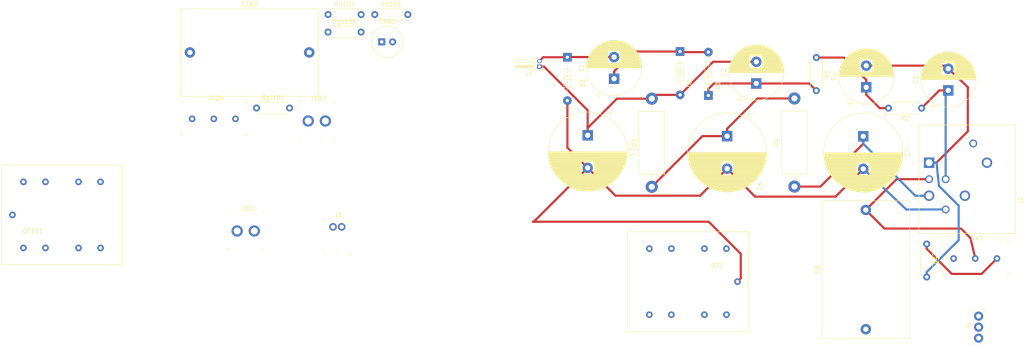
<source format=kicad_pcb>
(kicad_pcb (version 20171130) (host pcbnew "(5.1.5)-3")
  (layers (0 F.Cu signal) (31 B.Cu signal) (34 B.Paste user) (35 F.Paste user) (36 B.SilkS user) (37 F.SilkS user) (38 B.Mask user) (39 F.Mask user) (44 Edge.Cuts user))
  (net 0 "")
  (net 1 "Net-(C1-Pad2)")
  (net 2 "Net-(C1-Pad1)")
  (net 3 "Net-(C2-Pad1)")
  (net 4 "Net-(C2-Pad2)")
  (net 5 Earth)
  (net 6 "Net-(C4-Pad1)")
  (net 7 HT)
  (net 8 "Net-(C6-Pad1)")
  (net 9 +6V)
  (net 10 micSig)
  (net 11 "Net-(C8-Pad1)")
  (net 12 "Net-(C101-Pad1)")
  (net 13 "Net-(C101-Pad2)")
  (net 14 "Net-(C102-Pad1)")
  (net 15 "Net-(C102-Pad2)")
  (net 16 "Net-(J4-Pad2)")
  (net 17 "Net-(J4-Pad3)")
  (net 18 "Net-(J104-Pad2)")
  (net 19 "Net-(J104-Pad3)")
  (net 20 "Net-(R5-Pad1)")
  (net 21 "Net-(RK101-Pad1)")
  (net 22 "Net-(Rgs101-Pad1)")
  (net 23 "Net-(SW1-Pad1)")
  (net 24 "Net-(J3-PadT)")
  (net 25 "Net-(J3-PadG)")
  (net 26 "Net-(OT2-PadS1-)")
  (net 27 "Net-(OT101-PadS1-)")
  (net 28 "Net-(J103-PadG)")
  (net 29 "Net-(J103-PadT)")
  (module royerPSU:NEUTRIK_NC5FAH (layer F.Cu) (at 182.1434 92.9894 270)
    (fp_text reference J2 (at 4.9 -3.9 90) (layer F.SilkS))
    (fp_text value XLR5)
    (pad 8 thru_hole circle (at -3.81 3.81 270) (size 2.4 2.4) (drill 1.6) (layers *.Cu *.Mask))
    (pad 7 thru_hole circle (at -8.25 6.98 270) (size 1.8 1.8) (drill 1.2) (layers *.Cu *.Mask))
    (pad 6 thru_hole circle (at 3.81 8.89 270) (size 2.4 2.4) (drill 1.6) (layers *.Cu *.Mask))
    (pad 4 thru_hole circle (at 6.98 13.335 270) (size 1.8 1.8) (drill 1.2) (layers *.Cu *.Mask) (net 5 Earth))
    (pad 5 thru_hole circle (at 3.81 17.15 270) (size 2.4 2.4) (drill 1.6) (layers *.Cu *.Mask) (net 9 +6V))
    (pad 3 thru_hole circle (at 0 17.15 270) (size 1.8 1.8) (drill 1.2) (layers *.Cu *.Mask) (net 10 micSig))
    (pad 2 thru_hole circle (at 0 13.335 270) (size 1.8 1.8) (drill 1.2) (layers *.Cu *.Mask) (net 7 HT))
    (pad 1 thru_hole rect (at -3.81 17.15 270) (size 2.4 2.4) (drill 1.6) (layers *.Cu *.Mask) (net 5 Earth))
  )
  (module royerPSU:ae262a3E (layer F.Cu) (at 123.4186 128.0668 180)
    (fp_text reference OT2 (at 7.3406 15.1638 180) (layer F.SilkS))
    (fp_text value A262A2E)
    (pad P1+ thru_hole circle (at 5.1562 3.8354) (size 1.524 1.524) (drill 0.762) (layers *.Cu *.Mask) (net 16 "Net-(J4-Pad2)"))
    (pad P2+ thru_hole circle (at 10.2362 3.8354) (size 1.524 1.524) (drill 0.762) (layers *.Cu *.Mask) (net 24 "Net-(J3-PadT)"))
    (pad P1- thru_hole circle (at 17.8562 3.8354) (size 1.524 1.524) (drill 0.762) (layers *.Cu *.Mask) (net 17 "Net-(J4-Pad3)"))
    (pad P2- thru_hole circle (at 22.9362 3.8354) (size 1.524 1.524) (drill 0.762) (layers *.Cu *.Mask) (net 25 "Net-(J3-PadG)"))
    (pad Screen thru_hole circle (at 2.6162 11.4554) (size 1.524 1.524) (drill 0.762) (layers *.Cu *.Mask) (net 5 Earth))
    (pad S2- thru_hole circle (at 22.9362 19.0754) (size 1.524 1.524) (drill 0.762) (layers *.Cu *.Mask) (net 5 Earth))
    (pad S1- thru_hole circle (at 17.8562 19.0754) (size 1.524 1.524) (drill 0.762) (layers *.Cu *.Mask) (net 26 "Net-(OT2-PadS1-)"))
    (pad S2+ thru_hole circle (at 10.2362 19.0754) (size 1.524 1.524) (drill 0.762) (layers *.Cu *.Mask) (net 26 "Net-(OT2-PadS1-)"))
    (pad S1+ thru_hole circle (at 5.1562 19.0754) (size 1.524 1.524) (drill 0.762) (layers *.Cu *.Mask) (net 11 "Net-(C8-Pad1)"))
  )
  (module Capacitor_THT:CP_Radial_D12.5mm_P5.00mm (layer F.Cu) (at 92.3544 69.8246 90)
    (fp_text reference C1 (at 2.5 -7.5 90) (layer F.SilkS))
    (fp_text value "47u 100V")
    (pad 2 thru_hole circle (at 5 0 90) (size 2.4 2.4) (drill 1.2) (layers *.Cu *.Mask) (net 1 "Net-(C1-Pad2)"))
    (pad 1 thru_hole rect (at 0 0 90) (size 2.4 2.4) (drill 1.2) (layers *.Cu *.Mask) (net 2 "Net-(C1-Pad1)"))
  )
  (module Capacitor_THT:CP_Radial_D12.5mm_P5.00mm (layer F.Cu) (at 125.1458 70.9168 90)
    (fp_text reference C2 (at 2.5 -7.5 90) (layer F.SilkS))
    (fp_text value "47U 100v")
    (pad 1 thru_hole rect (at 0 0 90) (size 2.4 2.4) (drill 1.2) (layers *.Cu *.Mask) (net 3 "Net-(C2-Pad1)"))
    (pad 2 thru_hole circle (at 5 0 90) (size 2.4 2.4) (drill 1.2) (layers *.Cu *.Mask) (net 4 "Net-(C2-Pad2)"))
  )
  (module Capacitor_THT:CP_Radial_D18.0mm_P7.50mm (layer F.Cu) (at 86.2584 82.8802 270)
    (fp_text reference C3 (at 3.75 -10.25 90) (layer F.SilkS))
    (fp_text value "3300U 35V")
    (pad 1 thru_hole rect (at 0 0 270) (size 2.4 2.4) (drill 1.2) (layers *.Cu *.Mask) (net 4 "Net-(C2-Pad2)"))
    (pad 2 thru_hole circle (at 7.5 0 270) (size 2.4 2.4) (drill 1.2) (layers *.Cu *.Mask) (net 5 Earth))
  )
  (module Capacitor_THT:CP_Radial_D12.5mm_P5.00mm (layer F.Cu) (at 150.495 71.8058 90)
    (fp_text reference C4 (at 2.5 -7.5 90) (layer F.SilkS))
    (fp_text value "47U 160V")
    (pad 2 thru_hole circle (at 5 0 90) (size 2.4 2.4) (drill 1.2) (layers *.Cu *.Mask) (net 5 Earth))
    (pad 1 thru_hole rect (at 0 0 90) (size 2.4 2.4) (drill 1.2) (layers *.Cu *.Mask) (net 6 "Net-(C4-Pad1)"))
  )
  (module Capacitor_THT:CP_Radial_D12.5mm_P5.00mm (layer F.Cu) (at 169.418 72.517 90)
    (fp_text reference C5 (at 2.5 -7.5 90) (layer F.SilkS))
    (fp_text value "47U 160V")
    (pad 1 thru_hole rect (at 0 0 90) (size 2.4 2.4) (drill 1.2) (layers *.Cu *.Mask) (net 7 HT))
    (pad 2 thru_hole circle (at 5 0 90) (size 2.4 2.4) (drill 1.2) (layers *.Cu *.Mask) (net 5 Earth))
  )
  (module Capacitor_THT:CP_Radial_D18.0mm_P7.50mm (layer F.Cu) (at 118.4148 83.058 270)
    (fp_text reference C6 (at 11.5824 -7.62 90) (layer F.SilkS))
    (fp_text value "3300 U 35V")
    (pad 2 thru_hole circle (at 7.5 0 270) (size 2.4 2.4) (drill 1.2) (layers *.Cu *.Mask) (net 5 Earth))
    (pad 1 thru_hole rect (at 0 0 270) (size 2.4 2.4) (drill 1.2) (layers *.Cu *.Mask) (net 8 "Net-(C6-Pad1)"))
  )
  (module Capacitor_THT:CP_Radial_D18.0mm_P7.50mm (layer F.Cu) (at 149.8092 83.1088 270)
    (fp_text reference C7 (at 3.75 -10.25 90) (layer F.SilkS))
    (fp_text value "3300 U 35V")
    (pad 1 thru_hole rect (at 0 0 270) (size 2.4 2.4) (drill 1.2) (layers *.Cu *.Mask) (net 9 +6V))
    (pad 2 thru_hole circle (at 7.5 0 270) (size 2.4 2.4) (drill 1.2) (layers *.Cu *.Mask) (net 5 Earth))
  )
  (module digikey:Diode_DO-35_P10mm (layer F.Cu) (at 114.0968 73.6854 90)
    (fp_text reference D1 (at 2.3368 2.1844 90) (layer F.SilkS))
    (fp_text value 1N4004)
    (pad 1 thru_hole rect (at 0 0 90) (size 2 2) (drill 0.76) (layers *.Cu *.Mask) (net 3 "Net-(C2-Pad1)"))
    (pad 2 thru_hole circle (at 10 0 90) (size 2 2) (drill 0.76) (layers *.Cu *.Mask) (net 2 "Net-(C1-Pad1)"))
  )
  (module digikey:Diode_DO-35_P10mm (layer F.Cu) (at 107.569 63.5508 270)
    (fp_text reference D2 (at 7.2898 -2.159 90) (layer F.SilkS))
    (fp_text value 1N4004)
    (pad 2 thru_hole circle (at 10 0 270) (size 2 2) (drill 0.76) (layers *.Cu *.Mask) (net 4 "Net-(C2-Pad2)"))
    (pad 1 thru_hole rect (at 0 0 270) (size 2 2) (drill 0.76) (layers *.Cu *.Mask) (net 2 "Net-(C1-Pad1)"))
  )
  (module digikey:Diode_DO-35_P10mm (layer F.Cu) (at 81.5848 64.8716 270)
    (fp_text reference D3 (at 6 -3.6 90) (layer F.SilkS))
    (fp_text value 1N4004)
    (pad 1 thru_hole rect (at 0 0 270) (size 2 2) (drill 0.76) (layers *.Cu *.Mask) (net 1 "Net-(C1-Pad2)"))
    (pad 2 thru_hole circle (at 10 0 270) (size 2 2) (drill 0.76) (layers *.Cu *.Mask) (net 5 Earth))
  )
  (module Connector_PinHeader_1.27mm:PinHeader_1x02_P1.27mm_Horizontal (layer F.Cu) (at 75.1332 67.0306 180)
    (fp_text reference J1 (at 2.4325 -1.635) (layer F.SilkS))
    (fp_text value 24VAC)
    (pad 1 thru_hole rect (at 0 0 180) (size 1 1) (drill 0.65) (layers *.Cu *.Mask) (net 4 "Net-(C2-Pad2)"))
    (pad 2 thru_hole oval (at 0 1.27 180) (size 1 1) (drill 0.65) (layers *.Cu *.Mask) (net 1 "Net-(C1-Pad2)"))
  )
  (module Resistor_THT:R_Axial_DIN0207_L6.3mm_D2.5mm_P7.62mm_Horizontal (layer F.Cu) (at 138.9888 64.9478 270)
    (fp_text reference R1 (at 3.81 -2.37 90) (layer F.SilkS))
    (fp_text value 4K7)
    (pad 2 thru_hole oval (at 7.62 0 270) (size 1.6 1.6) (drill 0.8) (layers *.Cu *.Mask) (net 3 "Net-(C2-Pad1)"))
    (pad 1 thru_hole circle (at 0 0 270) (size 1.6 1.6) (drill 0.8) (layers *.Cu *.Mask) (net 6 "Net-(C4-Pad1)"))
  )
  (module Resistor_THT:R_Axial_DIN0207_L6.3mm_D2.5mm_P7.62mm_Horizontal (layer F.Cu) (at 163.2458 76.6064 180)
    (fp_text reference R2 (at 3.81 -2.37) (layer F.SilkS))
    (fp_text value 4k7)
    (pad 1 thru_hole circle (at 0 0 180) (size 1.6 1.6) (drill 0.8) (layers *.Cu *.Mask) (net 7 HT))
    (pad 2 thru_hole oval (at 7.62 0 180) (size 1.6 1.6) (drill 0.8) (layers *.Cu *.Mask) (net 6 "Net-(C4-Pad1)"))
  )
  (module Resistor_THT:R_Axial_DIN0614_L14.3mm_D5.7mm_P20.32mm_Horizontal (layer F.Cu) (at 101.0412 94.742 90)
    (fp_text reference R3 (at 10.16 -3.97 90) (layer F.SilkS))
    (fp_text value "100R 5W")
    (pad 1 thru_hole circle (at 0 0 90) (size 2.8 2.8) (drill 1.4) (layers *.Cu *.Mask) (net 8 "Net-(C6-Pad1)"))
    (pad 2 thru_hole oval (at 20.32 0 90) (size 2.8 2.8) (drill 1.4) (layers *.Cu *.Mask) (net 4 "Net-(C2-Pad2)"))
  )
  (module Resistor_THT:R_Axial_DIN0614_L14.3mm_D5.7mm_P20.32mm_Horizontal (layer F.Cu) (at 133.9342 94.6912 90)
    (fp_text reference R4 (at 10.16 -3.97 90) (layer F.SilkS))
    (fp_text value "82R 5W")
    (pad 2 thru_hole oval (at 20.32 0 90) (size 2.8 2.8) (drill 1.4) (layers *.Cu *.Mask) (net 8 "Net-(C6-Pad1)"))
    (pad 1 thru_hole circle (at 0 0 90) (size 2.8 2.8) (drill 1.4) (layers *.Cu *.Mask) (net 9 +6V))
  )
  (module Capacitor_THT:C_Rect_L31.5mm_W20.0mm_P27.50mm_MKS4 (layer F.Cu) (at 150.3934 127.5842 90)
    (fp_text reference C8 (at 13.75 -11.25 90) (layer F.SilkS))
    (fp_text value 2u2)
    (pad 2 thru_hole circle (at 27.5 0 90) (size 2.4 2.4) (drill 1.2) (layers *.Cu *.Mask) (net 10 micSig))
    (pad 1 thru_hole circle (at 0 0 90) (size 2.4 2.4) (drill 1.2) (layers *.Cu *.Mask) (net 11 "Net-(C8-Pad1)"))
  )
  (module Capacitor_THT:CP_Radial_Tantal_D7.0mm_P2.50mm (layer F.Cu) (at 38.783124 61.317401)
    (fp_text reference C101 (at 1.25 -4.75) (layer F.SilkS))
    (fp_text value 22n)
    (pad 1 thru_hole rect (at 0 0) (size 1.6 1.6) (drill 0.8) (layers *.Cu *.Mask) (net 12 "Net-(C101-Pad1)"))
    (pad 2 thru_hole circle (at 2.5 0) (size 1.6 1.6) (drill 0.8) (layers *.Cu *.Mask) (net 13 "Net-(C101-Pad2)"))
  )
  (module Capacitor_THT:C_Rect_L31.5mm_W20.0mm_P27.50mm_MKS4 (layer F.Cu) (at -5.446599 63.767401)
    (fp_text reference C102 (at 13.75 -11.25) (layer F.SilkS))
    (fp_text value 2u2)
    (pad 1 thru_hole circle (at 0 0) (size 2.4 2.4) (drill 1.2) (layers *.Cu *.Mask) (net 14 "Net-(C102-Pad1)"))
    (pad 2 thru_hole circle (at 27.5 0) (size 2.4 2.4) (drill 1.2) (layers *.Cu *.Mask) (net 15 "Net-(C102-Pad2)"))
  )
  (module digikey:PinHeader_1x2_P2mm_Drill1mm_RA (layer F.Cu) (at 27.533401 103.987401)
    (fp_text reference J3 (at 1.21 -2.68) (layer F.SilkS))
    (fp_text value "iso output")
    (pad 2 thru_hole circle (at 2 0) (size 1.75 1.75) (drill 1) (layers *.Cu *.Mask))
    (pad 1 thru_hole circle (at 0 0) (size 1.75 1.75) (drill 1) (layers *.Cu *.Mask))
  )
  (module digikey:PinHeader_1x3_P2.54_Drill1.1mm (layer F.Cu) (at 176.403 129.6416 90)
    (fp_text reference J4 (at 2.85 -2.28 90) (layer F.SilkS))
    (fp_text value "mic out")
    (pad 1 thru_hole circle (at 0 0 90) (size 2.1 2.1) (drill 1.1) (layers *.Cu *.Mask) (net 5 Earth))
    (pad 2 thru_hole circle (at 2.54 0 90) (size 2.1 2.1) (drill 1.1) (layers *.Cu *.Mask) (net 16 "Net-(J4-Pad2)"))
    (pad 3 thru_hole circle (at 5.08 0 90) (size 2.1 2.1) (drill 1.1) (layers *.Cu *.Mask) (net 17 "Net-(J4-Pad3)"))
  )
  (module digikey:PinHeader_1x2_P3.96mm_Drill1.6mm (layer F.Cu) (at 5.4356 104.9274)
    (fp_text reference J101 (at 2.33 -5.21) (layer F.SilkS))
    (fp_text value "bass guitar input")
    (pad 2 thru_hole circle (at 3.96 0) (size 2.6 2.6) (drill 1.6) (layers *.Cu *.Mask))
    (pad 1 thru_hole circle (at 0 0) (size 2.6 2.6) (drill 1.6) (layers *.Cu *.Mask))
  )
  (module digikey:PinHeader_1x2_P3.96mm_Drill1.6mm (layer F.Cu) (at 21.823401 79.567401)
    (fp_text reference J103 (at 2.33 -5.21) (layer F.SilkS))
    (fp_text value "iso output")
    (pad 1 thru_hole circle (at 0 0) (size 2.6 2.6) (drill 1.6) (layers *.Cu *.Mask))
    (pad 2 thru_hole circle (at 3.96 0) (size 2.6 2.6) (drill 1.6) (layers *.Cu *.Mask))
  )
  (module digikey:Term_Block_1x3_P5mm (layer F.Cu) (at -4.946599 79.067401)
    (fp_text reference J104 (at 5.4 -4.75) (layer F.SilkS))
    (fp_text value "XLR out")
    (pad 1 thru_hole circle (at 0 0) (size 1.524 1.524) (drill 0.762) (layers *.Cu *.Mask) (net 5 Earth))
    (pad 2 thru_hole circle (at 5 0) (size 1.524 1.524) (drill 0.762) (layers *.Cu *.Mask) (net 18 "Net-(J104-Pad2)"))
    (pad 3 thru_hole circle (at 10 0) (size 1.524 1.524) (drill 0.762) (layers *.Cu *.Mask) (net 19 "Net-(J104-Pad3)"))
  )
  (module Resistor_THT:R_Axial_DIN0207_L6.3mm_D2.5mm_P7.62mm_Horizontal (layer F.Cu) (at 164.4396 107.9246 270)
    (fp_text reference R5 (at 3.81 -2.37 90) (layer F.SilkS))
    (fp_text value 39k)
    (pad 1 thru_hole circle (at 0 0 270) (size 1.6 1.6) (drill 0.8) (layers *.Cu *.Mask) (net 20 "Net-(R5-Pad1)"))
    (pad 2 thru_hole oval (at 7.62 0 270) (size 1.6 1.6) (drill 0.8) (layers *.Cu *.Mask) (net 5 Earth))
  )
  (module Resistor_THT:R_Axial_DIN0207_L6.3mm_D2.5mm_P7.62mm_Horizontal (layer F.Cu) (at 26.403401 55.017401)
    (fp_text reference Rb101 (at 3.81 -2.37) (layer F.SilkS))
    (fp_text value 160)
    (pad 2 thru_hole oval (at 7.62 0) (size 1.6 1.6) (drill 0.8) (layers *.Cu *.Mask) (net 21 "Net-(RK101-Pad1)"))
    (pad 1 thru_hole circle (at 0 0) (size 1.6 1.6) (drill 0.8) (layers *.Cu *.Mask) (net 15 "Net-(C102-Pad2)"))
  )
  (module Resistor_THT:R_Axial_DIN0207_L6.3mm_D2.5mm_P7.62mm_Horizontal (layer F.Cu) (at 9.903401 76.567401)
    (fp_text reference Rgl101 (at 3.81 -2.37) (layer F.SilkS))
    (fp_text value 4M4)
    (pad 2 thru_hole oval (at 7.62 0) (size 1.6 1.6) (drill 0.8) (layers *.Cu *.Mask) (net 21 "Net-(RK101-Pad1)"))
    (pad 1 thru_hole circle (at 0 0) (size 1.6 1.6) (drill 0.8) (layers *.Cu *.Mask) (net 12 "Net-(C101-Pad1)"))
  )
  (module Resistor_THT:R_Axial_DIN0207_L6.3mm_D2.5mm_P7.62mm_Horizontal (layer F.Cu) (at 26.403401 59.067401)
    (fp_text reference Rgs101 (at 3.81 -2.37) (layer F.SilkS))
    (fp_text value 1k)
    (pad 1 thru_hole circle (at 0 0) (size 1.6 1.6) (drill 0.8) (layers *.Cu *.Mask) (net 22 "Net-(Rgs101-Pad1)"))
    (pad 2 thru_hole oval (at 7.62 0) (size 1.6 1.6) (drill 0.8) (layers *.Cu *.Mask) (net 12 "Net-(C101-Pad1)"))
  )
  (module Resistor_THT:R_Axial_DIN0207_L6.3mm_D2.5mm_P7.62mm_Horizontal (layer F.Cu) (at 37.173401 55.017401)
    (fp_text reference RK101 (at 3.81 -2.37) (layer F.SilkS))
    (fp_text value 5k)
    (pad 1 thru_hole circle (at 0 0) (size 1.6 1.6) (drill 0.8) (layers *.Cu *.Mask) (net 21 "Net-(RK101-Pad1)"))
    (pad 2 thru_hole oval (at 7.62 0) (size 1.6 1.6) (drill 0.8) (layers *.Cu *.Mask) (net 5 Earth))
  )
  (module digikey:Term_Block_1x3_P5mm (layer F.Cu) (at 170.6372 111.2774)
    (fp_text reference SW1 (at 5.4 -4.75) (layer F.SilkS))
    (fp_text value SW_SPDT)
    (pad 3 thru_hole circle (at 10 0) (size 1.524 1.524) (drill 0.762) (layers *.Cu *.Mask) (net 20 "Net-(R5-Pad1)"))
    (pad 2 thru_hole circle (at 5 0) (size 1.524 1.524) (drill 0.762) (layers *.Cu *.Mask) (net 10 micSig))
    (pad 1 thru_hole circle (at 0 0) (size 1.524 1.524) (drill 0.762) (layers *.Cu *.Mask) (net 23 "Net-(SW1-Pad1)"))
  )
  (module royerPSU:ae262a3E (layer F.Cu) (at -48.9966 89.7636)
    (fp_text reference OT101 (at 7.3406 15.1638 -180) (layer F.SilkS))
    (fp_text value A262A2E)
    (pad S1+ thru_hole circle (at 5.1562 19.0754 180) (size 1.524 1.524) (drill 0.762) (layers *.Cu *.Mask) (net 14 "Net-(C102-Pad1)"))
    (pad S2+ thru_hole circle (at 10.2362 19.0754 180) (size 1.524 1.524) (drill 0.762) (layers *.Cu *.Mask) (net 27 "Net-(OT101-PadS1-)"))
    (pad S1- thru_hole circle (at 17.8562 19.0754 180) (size 1.524 1.524) (drill 0.762) (layers *.Cu *.Mask) (net 27 "Net-(OT101-PadS1-)"))
    (pad S2- thru_hole circle (at 22.9362 19.0754 180) (size 1.524 1.524) (drill 0.762) (layers *.Cu *.Mask) (net 5 Earth))
    (pad Screen thru_hole circle (at 2.6162 11.4554 180) (size 1.524 1.524) (drill 0.762) (layers *.Cu *.Mask) (net 5 Earth))
    (pad P2- thru_hole circle (at 22.9362 3.8354 180) (size 1.524 1.524) (drill 0.762) (layers *.Cu *.Mask) (net 28 "Net-(J103-PadG)"))
    (pad P1- thru_hole circle (at 17.8562 3.8354 180) (size 1.524 1.524) (drill 0.762) (layers *.Cu *.Mask) (net 19 "Net-(J104-Pad3)"))
    (pad P2+ thru_hole circle (at 10.2362 3.8354 180) (size 1.524 1.524) (drill 0.762) (layers *.Cu *.Mask) (net 29 "Net-(J103-PadT)"))
    (pad P1+ thru_hole circle (at 5.1562 3.8354 180) (size 1.524 1.524) (drill 0.762) (layers *.Cu *.Mask) (net 18 "Net-(J104-Pad2)"))
  )
  (segment (start 81.6318 64.8246) (end 81.5848 64.8716) (width 0.5) (layer F.Cu) (net 1))
  (segment (start 92.3544 64.8246) (end 81.6318 64.8246) (width 0.5) (layer F.Cu) (net 1))
  (segment (start 76.0222 64.8716) (end 75.1332 65.7606) (width 0.5) (layer F.Cu) (net 1))
  (segment (start 81.5848 64.8716) (end 76.0222 64.8716) (width 0.5) (layer F.Cu) (net 1))
  (segment (start 92.3544 68.1246) (end 92.3544 69.8246) (width 0.5) (layer F.Cu) (net 2))
  (segment (start 96.9282 63.5508) (end 92.3544 68.1246) (width 0.5) (layer F.Cu) (net 2))
  (segment (start 107.569 63.5508) (end 96.9282 63.5508) (width 0.5) (layer F.Cu) (net 2))
  (segment (start 107.7036 63.6854) (end 107.569 63.5508) (width 0.5) (layer F.Cu) (net 2))
  (segment (start 114.0968 63.6854) (end 107.7036 63.6854) (width 0.5) (layer F.Cu) (net 2))
  (segment (start 114.0968 72.1854) (end 114.0968 73.6854) (width 0.5) (layer F.Cu) (net 3))
  (segment (start 115.3654 70.9168) (end 114.0968 72.1854) (width 0.5) (layer F.Cu) (net 3))
  (segment (start 125.1458 70.9168) (end 115.3654 70.9168) (width 0.5) (layer F.Cu) (net 3))
  (segment (start 137.3378 70.9168) (end 138.9888 72.5678) (width 0.5) (layer F.Cu) (net 3))
  (segment (start 125.1458 70.9168) (end 137.3378 70.9168) (width 0.5) (layer F.Cu) (net 3))
  (segment (start 101.9124 73.5508) (end 101.0412 74.422) (width 0.5) (layer F.Cu) (net 4))
  (segment (start 107.569 73.5508) (end 101.9124 73.5508) (width 0.5) (layer F.Cu) (net 4))
  (segment (start 101.0412 74.422) (end 93.0166 74.422) (width 0.5) (layer F.Cu) (net 4))
  (segment (start 93.0166 74.422) (end 86.2584 81.1802) (width 0.5) (layer F.Cu) (net 4))
  (segment (start 86.2584 81.1802) (end 86.2584 82.8802) (width 0.5) (layer F.Cu) (net 4))
  (segment (start 86.2584 77.103198) (end 86.2584 81.1802) (width 0.5) (layer F.Cu) (net 4))
  (segment (start 76.185802 67.0306) (end 86.2584 77.103198) (width 0.5) (layer F.Cu) (net 4))
  (segment (start 75.1332 67.0306) (end 76.185802 67.0306) (width 0.5) (layer F.Cu) (net 4))
  (segment (start 115.203 65.9168) (end 107.569 73.5508) (width 0.5) (layer F.Cu) (net 4))
  (segment (start 125.1458 65.9168) (end 115.203 65.9168) (width 0.5) (layer F.Cu) (net 4))
  (segment (start 81.5848 85.7066) (end 86.2584 90.3802) (width 0.5) (layer F.Cu) (net 5))
  (segment (start 81.5848 74.8716) (end 81.5848 85.7066) (width 0.5) (layer F.Cu) (net 5))
  (segment (start 168.7068 66.8058) (end 169.418 67.517) (width 0.5) (layer F.Cu) (net 5))
  (segment (start 150.495 66.8058) (end 168.7068 66.8058) (width 0.5) (layer F.Cu) (net 5))
  (segment (start 117.214801 91.757999) (end 118.4148 90.558) (width 0.5) (layer F.Cu) (net 5))
  (segment (start 112.180799 96.792001) (end 117.214801 91.757999) (width 0.5) (layer F.Cu) (net 5))
  (segment (start 92.670201 96.792001) (end 112.180799 96.792001) (width 0.5) (layer F.Cu) (net 5))
  (segment (start 86.2584 90.3802) (end 92.670201 96.792001) (width 0.5) (layer F.Cu) (net 5))
  (segment (start 118.4148 90.558) (end 124.8664 97.0096) (width 0.5) (layer F.Cu) (net 5))
  (segment (start 143.4084 97.0096) (end 149.8092 90.6088) (width 0.5) (layer F.Cu) (net 5))
  (segment (start 124.8664 97.0096) (end 143.4084 97.0096) (width 0.5) (layer F.Cu) (net 5))
  (segment (start 75.427766 102.7938) (end 73.66 102.7938) (width 0.5) (layer F.Cu) (net 5))
  (segment (start 114.154562 102.7938) (end 75.427766 102.7938) (width 0.5) (layer F.Cu) (net 5))
  (segment (start 121.564399 110.203637) (end 114.154562 102.7938) (width 0.5) (layer F.Cu) (net 5))
  (segment (start 121.564399 115.849401) (end 121.564399 110.203637) (width 0.5) (layer F.Cu) (net 5))
  (segment (start 120.8024 116.6114) (end 121.564399 115.849401) (width 0.5) (layer F.Cu) (net 5))
  (segment (start 73.8448 102.7938) (end 73.66 102.7938) (width 0.5) (layer F.Cu) (net 5))
  (segment (start 86.2584 90.3802) (end 73.8448 102.7938) (width 0.5) (layer F.Cu) (net 5))
  (segment (start 173.9138 81.959) (end 173.9138 71.755) (width 0.5) (layer F.Cu) (net 5))
  (segment (start 164.9934 89.1794) (end 166.6934 89.1794) (width 0.5) (layer F.Cu) (net 5))
  (segment (start 169.418 67.517) (end 173.9138 71.755) (width 0.5) (layer F.Cu) (net 5))
  (segment (start 166.6934 89.1794) (end 173.9138 81.959) (width 0.5) (layer F.Cu) (net 5))
  (segment (start 173.9138 71.755) (end 173.9392 72.0382) (width 0.5) (layer F.Cu) (net 5))
  (segment (start 159.7526 99.9694) (end 168.8084 99.9694) (width 0.5) (layer B.Cu) (net 5))
  (segment (start 149.8092 90.6088) (end 159.766 99.9998) (width 0.5) (layer B.Cu) (net 5))
  (segment (start 168.8084 99.9694) (end 167.535608 99.9694) (width 0.5) (layer B.Cu) (net 5))
  (segment (start 171.8056 99.0854) (end 167.258399 94.538199) (width 0.5) (layer B.Cu) (net 5))
  (segment (start 167.258399 94.538199) (end 166.6934 89.1794) (width 0.5) (layer B.Cu) (net 5))
  (segment (start 171.8056 107.04723) (end 171.8056 99.0854) (width 0.5) (layer B.Cu) (net 5))
  (segment (start 164.4396 115.5446) (end 164.4396 114.41323) (width 0.5) (layer B.Cu) (net 5))
  (segment (start 164.4396 114.41323) (end 171.8056 107.04723) (width 0.5) (layer B.Cu) (net 5))
  (segment (start 166.6934 89.1794) (end 164.9934 89.1794) (width 0.5) (layer B.Cu) (net 5))
  (segment (start 145.337 64.9478) (end 150.495 70.1058) (width 0.5) (layer F.Cu) (net 6))
  (segment (start 150.495 70.1058) (end 150.495 71.8058) (width 0.5) (layer F.Cu) (net 6))
  (segment (start 138.9888 64.9478) (end 145.337 64.9478) (width 0.5) (layer F.Cu) (net 6))
  (segment (start 154.49443 76.6064) (end 155.6258 76.6064) (width 0.5) (layer F.Cu) (net 6))
  (segment (start 153.5956 76.6064) (end 154.49443 76.6064) (width 0.5) (layer F.Cu) (net 6))
  (segment (start 150.495 73.5058) (end 153.5956 76.6064) (width 0.5) (layer F.Cu) (net 6))
  (segment (start 150.495 71.8058) (end 150.495 73.5058) (width 0.5) (layer F.Cu) (net 6))
  (segment (start 167.3352 72.517) (end 163.2458 76.6064) (width 0.5) (layer F.Cu) (net 7))
  (segment (start 169.418 72.517) (end 167.3352 72.517) (width 0.5) (layer F.Cu) (net 7))
  (segment (start 168.8084 73.1266) (end 169.418 72.517) (width 0.5) (layer B.Cu) (net 7))
  (segment (start 168.8084 92.9894) (end 168.8084 73.1266) (width 0.5) (layer B.Cu) (net 7))
  (segment (start 118.4148 81.358) (end 118.4148 83.058) (width 0.5) (layer F.Cu) (net 8))
  (segment (start 125.4016 74.3712) (end 118.4148 81.358) (width 0.5) (layer F.Cu) (net 8))
  (segment (start 133.9342 74.3712) (end 125.4016 74.3712) (width 0.5) (layer F.Cu) (net 8))
  (segment (start 112.7252 83.058) (end 101.0412 94.742) (width 0.5) (layer F.Cu) (net 8))
  (segment (start 118.4148 83.058) (end 112.7252 83.058) (width 0.5) (layer F.Cu) (net 8))
  (segment (start 149.8092 84.8088) (end 149.8092 83.1088) (width 0.5) (layer F.Cu) (net 9))
  (segment (start 139.9268 94.6912) (end 149.8092 84.8088) (width 0.5) (layer F.Cu) (net 9))
  (segment (start 133.9342 94.6912) (end 139.9268 94.6912) (width 0.5) (layer F.Cu) (net 9))
  (segment (start 149.8092 82.9818) (end 149.8092 83.1088) (width 0.5) (layer F.Cu) (net 9))
  (segment (start 163.296344 96.7994) (end 164.9934 96.7994) (width 0.5) (layer B.Cu) (net 9))
  (segment (start 161.7998 96.7994) (end 163.296344 96.7994) (width 0.5) (layer B.Cu) (net 9))
  (segment (start 149.8092 84.8088) (end 161.7998 96.7994) (width 0.5) (layer B.Cu) (net 9))
  (segment (start 149.8092 83.1088) (end 149.8092 84.8088) (width 0.5) (layer B.Cu) (net 9))
  (segment (start 157.4882 92.9894) (end 150.3934 100.0842) (width 0.5) (layer F.Cu) (net 10))
  (segment (start 164.9934 92.9894) (end 157.4882 92.9894) (width 0.5) (layer F.Cu) (net 10))
  (segment (start 174.5196 106.5492) (end 175.6372 111.2774) (width 0.5) (layer F.Cu) (net 10))
  (segment (start 172.339 104.3686) (end 174.5196 106.5492) (width 0.5) (layer F.Cu) (net 10))
  (segment (start 150.3934 100.0842) (end 154.6778 104.3686) (width 0.5) (layer F.Cu) (net 10))
  (segment (start 154.6778 104.3686) (end 172.339 104.3686) (width 0.5) (layer F.Cu) (net 10))
  (segment (start 164.4396 109.05597) (end 170.21703 114.8334) (width 0.5) (layer F.Cu) (net 20))
  (segment (start 164.4396 107.9246) (end 164.4396 109.05597) (width 0.5) (layer F.Cu) (net 20))
  (segment (start 177.0812 114.8334) (end 180.6372 111.2774) (width 0.5) (layer F.Cu) (net 20))
  (segment (start 170.21703 114.8334) (end 177.0812 114.8334) (width 0.5) (layer F.Cu) (net 20))
)
</source>
